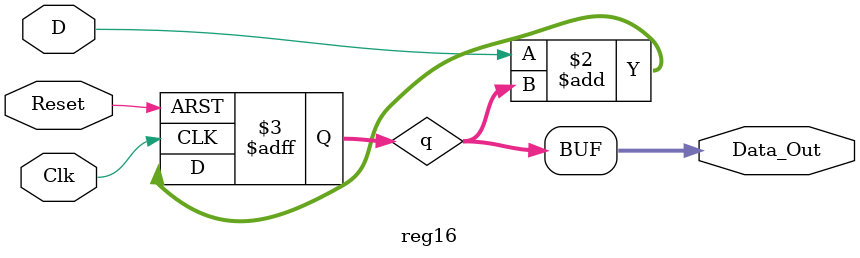
<source format=sv>
module reg16(input Clk, Reset,
              input D,
              output logic [15:0]  Data_Out);

				  logic [15:0] q;
				  assign Data_Out = q;
always_ff @ (posedge Clk or posedge Reset)
    begin

	 	 if (Reset)
			  q <= 16'h0;
		 else
			  q <= D + Data_Out;
    end

endmodule

</source>
